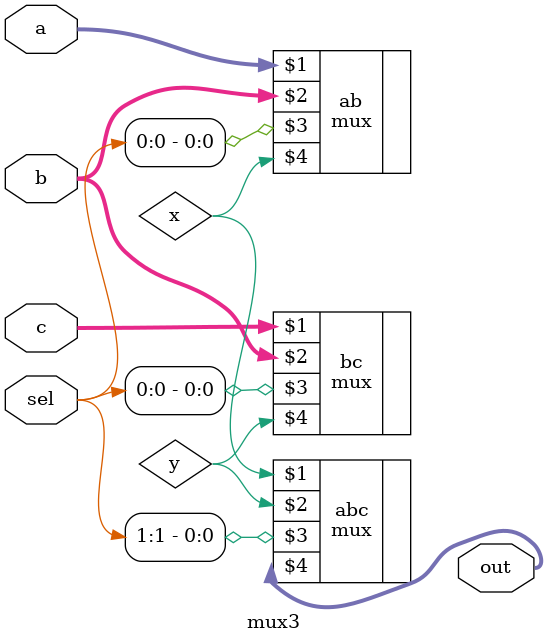
<source format=v>
module mux3 (
    input wire [31:0] a,b,c,
    input wire [1:0] sel,
    output wire [31:0] out
);
    
wire x,y;

mux #(32) ab(a,b,sel[0],x);
mux #(32) bc(c,b,sel[0],y);
mux #(32) abc(x,y,sel[1],out);

endmodule
</source>
